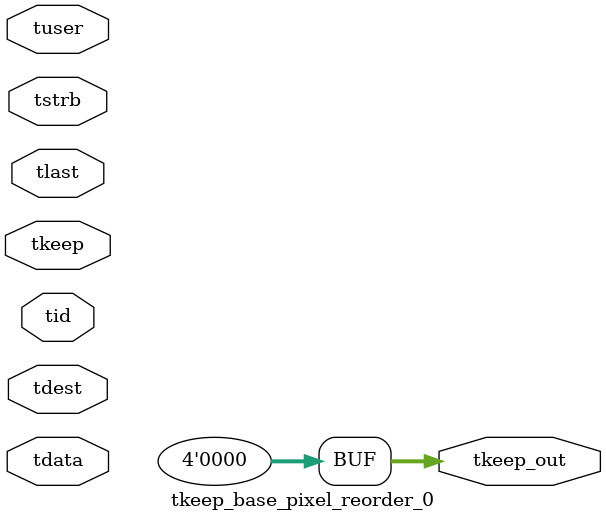
<source format=v>


`timescale 1ps/1ps

module tkeep_base_pixel_reorder_0 #
(
parameter C_S_AXIS_TDATA_WIDTH = 32,
parameter C_S_AXIS_TUSER_WIDTH = 0,
parameter C_S_AXIS_TID_WIDTH   = 0,
parameter C_S_AXIS_TDEST_WIDTH = 0,
parameter C_M_AXIS_TDATA_WIDTH = 32
)
(
input  [(C_S_AXIS_TDATA_WIDTH == 0 ? 1 : C_S_AXIS_TDATA_WIDTH)-1:0     ] tdata,
input  [(C_S_AXIS_TUSER_WIDTH == 0 ? 1 : C_S_AXIS_TUSER_WIDTH)-1:0     ] tuser,
input  [(C_S_AXIS_TID_WIDTH   == 0 ? 1 : C_S_AXIS_TID_WIDTH)-1:0       ] tid,
input  [(C_S_AXIS_TDEST_WIDTH == 0 ? 1 : C_S_AXIS_TDEST_WIDTH)-1:0     ] tdest,
input  [(C_S_AXIS_TDATA_WIDTH/8)-1:0 ] tkeep,
input  [(C_S_AXIS_TDATA_WIDTH/8)-1:0 ] tstrb,
input                                                                    tlast,
output [(C_M_AXIS_TDATA_WIDTH/8)-1:0 ] tkeep_out
);

assign tkeep_out = {1'b0};

endmodule


</source>
